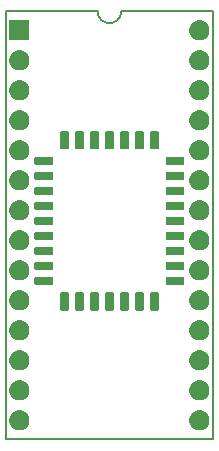
<source format=gbr>
G04 #@! TF.GenerationSoftware,KiCad,Pcbnew,5.0.2+dfsg1-1*
G04 #@! TF.CreationDate,2021-06-16T12:20:31+01:00*
G04 #@! TF.ProjectId,SE PLCC ROM,53452050-4c43-4432-9052-4f4d2e6b6963,rev?*
G04 #@! TF.SameCoordinates,Original*
G04 #@! TF.FileFunction,Soldermask,Top*
G04 #@! TF.FilePolarity,Negative*
%FSLAX46Y46*%
G04 Gerber Fmt 4.6, Leading zero omitted, Abs format (unit mm)*
G04 Created by KiCad (PCBNEW 5.0.2+dfsg1-1) date Wed 16 Jun 2021 12:20:31 BST*
%MOMM*%
%LPD*%
G01*
G04 APERTURE LIST*
%ADD10C,0.150000*%
%ADD11C,0.100000*%
G04 APERTURE END LIST*
D10*
X132400000Y-65450000D02*
G75*
G02X130400000Y-65450000I-1000000J0D01*
G01*
X140150000Y-65450000D02*
X132450000Y-65450000D01*
X122650000Y-65450000D02*
X130350000Y-65450000D01*
X122650000Y-65450000D02*
X122650000Y-101700000D01*
X140150000Y-101700000D02*
X122650000Y-101700000D01*
X140150000Y-65450000D02*
X140150000Y-101700000D01*
D11*
G36*
X139181822Y-99256314D02*
X139181825Y-99256315D01*
X139181826Y-99256315D01*
X139342240Y-99304976D01*
X139342242Y-99304977D01*
X139342245Y-99304978D01*
X139490079Y-99383996D01*
X139619660Y-99490342D01*
X139726006Y-99619923D01*
X139805024Y-99767757D01*
X139853688Y-99928180D01*
X139870118Y-100095001D01*
X139853688Y-100261822D01*
X139805024Y-100422245D01*
X139726006Y-100570079D01*
X139619660Y-100699660D01*
X139490079Y-100806006D01*
X139342245Y-100885024D01*
X139342242Y-100885025D01*
X139342240Y-100885026D01*
X139181826Y-100933687D01*
X139181825Y-100933687D01*
X139181822Y-100933688D01*
X139056805Y-100946001D01*
X138973197Y-100946001D01*
X138848180Y-100933688D01*
X138848177Y-100933687D01*
X138848176Y-100933687D01*
X138687762Y-100885026D01*
X138687760Y-100885025D01*
X138687757Y-100885024D01*
X138539923Y-100806006D01*
X138410342Y-100699660D01*
X138303996Y-100570079D01*
X138224978Y-100422245D01*
X138176314Y-100261822D01*
X138159884Y-100095001D01*
X138176314Y-99928180D01*
X138224978Y-99767757D01*
X138303996Y-99619923D01*
X138410342Y-99490342D01*
X138539923Y-99383996D01*
X138687757Y-99304978D01*
X138687760Y-99304977D01*
X138687762Y-99304976D01*
X138848176Y-99256315D01*
X138848177Y-99256315D01*
X138848180Y-99256314D01*
X138973197Y-99244001D01*
X139056805Y-99244001D01*
X139181822Y-99256314D01*
X139181822Y-99256314D01*
G37*
G36*
X123941822Y-99256314D02*
X123941825Y-99256315D01*
X123941826Y-99256315D01*
X124102240Y-99304976D01*
X124102242Y-99304977D01*
X124102245Y-99304978D01*
X124250079Y-99383996D01*
X124379660Y-99490342D01*
X124486006Y-99619923D01*
X124565024Y-99767757D01*
X124613688Y-99928180D01*
X124630118Y-100095001D01*
X124613688Y-100261822D01*
X124565024Y-100422245D01*
X124486006Y-100570079D01*
X124379660Y-100699660D01*
X124250079Y-100806006D01*
X124102245Y-100885024D01*
X124102242Y-100885025D01*
X124102240Y-100885026D01*
X123941826Y-100933687D01*
X123941825Y-100933687D01*
X123941822Y-100933688D01*
X123816805Y-100946001D01*
X123733197Y-100946001D01*
X123608180Y-100933688D01*
X123608177Y-100933687D01*
X123608176Y-100933687D01*
X123447762Y-100885026D01*
X123447760Y-100885025D01*
X123447757Y-100885024D01*
X123299923Y-100806006D01*
X123170342Y-100699660D01*
X123063996Y-100570079D01*
X122984978Y-100422245D01*
X122936314Y-100261822D01*
X122919884Y-100095001D01*
X122936314Y-99928180D01*
X122984978Y-99767757D01*
X123063996Y-99619923D01*
X123170342Y-99490342D01*
X123299923Y-99383996D01*
X123447757Y-99304978D01*
X123447760Y-99304977D01*
X123447762Y-99304976D01*
X123608176Y-99256315D01*
X123608177Y-99256315D01*
X123608180Y-99256314D01*
X123733197Y-99244001D01*
X123816805Y-99244001D01*
X123941822Y-99256314D01*
X123941822Y-99256314D01*
G37*
G36*
X123941822Y-96716314D02*
X123941825Y-96716315D01*
X123941826Y-96716315D01*
X124102240Y-96764976D01*
X124102242Y-96764977D01*
X124102245Y-96764978D01*
X124250079Y-96843996D01*
X124379660Y-96950342D01*
X124486006Y-97079923D01*
X124565024Y-97227757D01*
X124613688Y-97388180D01*
X124630118Y-97555001D01*
X124613688Y-97721822D01*
X124565024Y-97882245D01*
X124486006Y-98030079D01*
X124379660Y-98159660D01*
X124250079Y-98266006D01*
X124102245Y-98345024D01*
X124102242Y-98345025D01*
X124102240Y-98345026D01*
X123941826Y-98393687D01*
X123941825Y-98393687D01*
X123941822Y-98393688D01*
X123816805Y-98406001D01*
X123733197Y-98406001D01*
X123608180Y-98393688D01*
X123608177Y-98393687D01*
X123608176Y-98393687D01*
X123447762Y-98345026D01*
X123447760Y-98345025D01*
X123447757Y-98345024D01*
X123299923Y-98266006D01*
X123170342Y-98159660D01*
X123063996Y-98030079D01*
X122984978Y-97882245D01*
X122936314Y-97721822D01*
X122919884Y-97555001D01*
X122936314Y-97388180D01*
X122984978Y-97227757D01*
X123063996Y-97079923D01*
X123170342Y-96950342D01*
X123299923Y-96843996D01*
X123447757Y-96764978D01*
X123447760Y-96764977D01*
X123447762Y-96764976D01*
X123608176Y-96716315D01*
X123608177Y-96716315D01*
X123608180Y-96716314D01*
X123733197Y-96704001D01*
X123816805Y-96704001D01*
X123941822Y-96716314D01*
X123941822Y-96716314D01*
G37*
G36*
X139181822Y-96716314D02*
X139181825Y-96716315D01*
X139181826Y-96716315D01*
X139342240Y-96764976D01*
X139342242Y-96764977D01*
X139342245Y-96764978D01*
X139490079Y-96843996D01*
X139619660Y-96950342D01*
X139726006Y-97079923D01*
X139805024Y-97227757D01*
X139853688Y-97388180D01*
X139870118Y-97555001D01*
X139853688Y-97721822D01*
X139805024Y-97882245D01*
X139726006Y-98030079D01*
X139619660Y-98159660D01*
X139490079Y-98266006D01*
X139342245Y-98345024D01*
X139342242Y-98345025D01*
X139342240Y-98345026D01*
X139181826Y-98393687D01*
X139181825Y-98393687D01*
X139181822Y-98393688D01*
X139056805Y-98406001D01*
X138973197Y-98406001D01*
X138848180Y-98393688D01*
X138848177Y-98393687D01*
X138848176Y-98393687D01*
X138687762Y-98345026D01*
X138687760Y-98345025D01*
X138687757Y-98345024D01*
X138539923Y-98266006D01*
X138410342Y-98159660D01*
X138303996Y-98030079D01*
X138224978Y-97882245D01*
X138176314Y-97721822D01*
X138159884Y-97555001D01*
X138176314Y-97388180D01*
X138224978Y-97227757D01*
X138303996Y-97079923D01*
X138410342Y-96950342D01*
X138539923Y-96843996D01*
X138687757Y-96764978D01*
X138687760Y-96764977D01*
X138687762Y-96764976D01*
X138848176Y-96716315D01*
X138848177Y-96716315D01*
X138848180Y-96716314D01*
X138973197Y-96704001D01*
X139056805Y-96704001D01*
X139181822Y-96716314D01*
X139181822Y-96716314D01*
G37*
G36*
X123941822Y-94176314D02*
X123941825Y-94176315D01*
X123941826Y-94176315D01*
X124102240Y-94224976D01*
X124102242Y-94224977D01*
X124102245Y-94224978D01*
X124250079Y-94303996D01*
X124379660Y-94410342D01*
X124486006Y-94539923D01*
X124565024Y-94687757D01*
X124613688Y-94848180D01*
X124630118Y-95015001D01*
X124613688Y-95181822D01*
X124565024Y-95342245D01*
X124486006Y-95490079D01*
X124379660Y-95619660D01*
X124250079Y-95726006D01*
X124102245Y-95805024D01*
X124102242Y-95805025D01*
X124102240Y-95805026D01*
X123941826Y-95853687D01*
X123941825Y-95853687D01*
X123941822Y-95853688D01*
X123816805Y-95866001D01*
X123733197Y-95866001D01*
X123608180Y-95853688D01*
X123608177Y-95853687D01*
X123608176Y-95853687D01*
X123447762Y-95805026D01*
X123447760Y-95805025D01*
X123447757Y-95805024D01*
X123299923Y-95726006D01*
X123170342Y-95619660D01*
X123063996Y-95490079D01*
X122984978Y-95342245D01*
X122936314Y-95181822D01*
X122919884Y-95015001D01*
X122936314Y-94848180D01*
X122984978Y-94687757D01*
X123063996Y-94539923D01*
X123170342Y-94410342D01*
X123299923Y-94303996D01*
X123447757Y-94224978D01*
X123447760Y-94224977D01*
X123447762Y-94224976D01*
X123608176Y-94176315D01*
X123608177Y-94176315D01*
X123608180Y-94176314D01*
X123733197Y-94164001D01*
X123816805Y-94164001D01*
X123941822Y-94176314D01*
X123941822Y-94176314D01*
G37*
G36*
X139181822Y-94176314D02*
X139181825Y-94176315D01*
X139181826Y-94176315D01*
X139342240Y-94224976D01*
X139342242Y-94224977D01*
X139342245Y-94224978D01*
X139490079Y-94303996D01*
X139619660Y-94410342D01*
X139726006Y-94539923D01*
X139805024Y-94687757D01*
X139853688Y-94848180D01*
X139870118Y-95015001D01*
X139853688Y-95181822D01*
X139805024Y-95342245D01*
X139726006Y-95490079D01*
X139619660Y-95619660D01*
X139490079Y-95726006D01*
X139342245Y-95805024D01*
X139342242Y-95805025D01*
X139342240Y-95805026D01*
X139181826Y-95853687D01*
X139181825Y-95853687D01*
X139181822Y-95853688D01*
X139056805Y-95866001D01*
X138973197Y-95866001D01*
X138848180Y-95853688D01*
X138848177Y-95853687D01*
X138848176Y-95853687D01*
X138687762Y-95805026D01*
X138687760Y-95805025D01*
X138687757Y-95805024D01*
X138539923Y-95726006D01*
X138410342Y-95619660D01*
X138303996Y-95490079D01*
X138224978Y-95342245D01*
X138176314Y-95181822D01*
X138159884Y-95015001D01*
X138176314Y-94848180D01*
X138224978Y-94687757D01*
X138303996Y-94539923D01*
X138410342Y-94410342D01*
X138539923Y-94303996D01*
X138687757Y-94224978D01*
X138687760Y-94224977D01*
X138687762Y-94224976D01*
X138848176Y-94176315D01*
X138848177Y-94176315D01*
X138848180Y-94176314D01*
X138973197Y-94164001D01*
X139056805Y-94164001D01*
X139181822Y-94176314D01*
X139181822Y-94176314D01*
G37*
G36*
X123941822Y-91636314D02*
X123941825Y-91636315D01*
X123941826Y-91636315D01*
X124102240Y-91684976D01*
X124102242Y-91684977D01*
X124102245Y-91684978D01*
X124250079Y-91763996D01*
X124379660Y-91870342D01*
X124486006Y-91999923D01*
X124565024Y-92147757D01*
X124613688Y-92308180D01*
X124630118Y-92475001D01*
X124613688Y-92641822D01*
X124565024Y-92802245D01*
X124486006Y-92950079D01*
X124379660Y-93079660D01*
X124250079Y-93186006D01*
X124102245Y-93265024D01*
X124102242Y-93265025D01*
X124102240Y-93265026D01*
X123941826Y-93313687D01*
X123941825Y-93313687D01*
X123941822Y-93313688D01*
X123816805Y-93326001D01*
X123733197Y-93326001D01*
X123608180Y-93313688D01*
X123608177Y-93313687D01*
X123608176Y-93313687D01*
X123447762Y-93265026D01*
X123447760Y-93265025D01*
X123447757Y-93265024D01*
X123299923Y-93186006D01*
X123170342Y-93079660D01*
X123063996Y-92950079D01*
X122984978Y-92802245D01*
X122936314Y-92641822D01*
X122919884Y-92475001D01*
X122936314Y-92308180D01*
X122984978Y-92147757D01*
X123063996Y-91999923D01*
X123170342Y-91870342D01*
X123299923Y-91763996D01*
X123447757Y-91684978D01*
X123447760Y-91684977D01*
X123447762Y-91684976D01*
X123608176Y-91636315D01*
X123608177Y-91636315D01*
X123608180Y-91636314D01*
X123733197Y-91624001D01*
X123816805Y-91624001D01*
X123941822Y-91636314D01*
X123941822Y-91636314D01*
G37*
G36*
X139181822Y-91636314D02*
X139181825Y-91636315D01*
X139181826Y-91636315D01*
X139342240Y-91684976D01*
X139342242Y-91684977D01*
X139342245Y-91684978D01*
X139490079Y-91763996D01*
X139619660Y-91870342D01*
X139726006Y-91999923D01*
X139805024Y-92147757D01*
X139853688Y-92308180D01*
X139870118Y-92475001D01*
X139853688Y-92641822D01*
X139805024Y-92802245D01*
X139726006Y-92950079D01*
X139619660Y-93079660D01*
X139490079Y-93186006D01*
X139342245Y-93265024D01*
X139342242Y-93265025D01*
X139342240Y-93265026D01*
X139181826Y-93313687D01*
X139181825Y-93313687D01*
X139181822Y-93313688D01*
X139056805Y-93326001D01*
X138973197Y-93326001D01*
X138848180Y-93313688D01*
X138848177Y-93313687D01*
X138848176Y-93313687D01*
X138687762Y-93265026D01*
X138687760Y-93265025D01*
X138687757Y-93265024D01*
X138539923Y-93186006D01*
X138410342Y-93079660D01*
X138303996Y-92950079D01*
X138224978Y-92802245D01*
X138176314Y-92641822D01*
X138159884Y-92475001D01*
X138176314Y-92308180D01*
X138224978Y-92147757D01*
X138303996Y-91999923D01*
X138410342Y-91870342D01*
X138539923Y-91763996D01*
X138687757Y-91684978D01*
X138687760Y-91684977D01*
X138687762Y-91684976D01*
X138848176Y-91636315D01*
X138848177Y-91636315D01*
X138848180Y-91636314D01*
X138973197Y-91624001D01*
X139056805Y-91624001D01*
X139181822Y-91636314D01*
X139181822Y-91636314D01*
G37*
G36*
X131659928Y-89251764D02*
X131681011Y-89258160D01*
X131700442Y-89268546D01*
X131717475Y-89282525D01*
X131731454Y-89299558D01*
X131741840Y-89318989D01*
X131748236Y-89340072D01*
X131751000Y-89368140D01*
X131751000Y-90706860D01*
X131748236Y-90734928D01*
X131741840Y-90756011D01*
X131731454Y-90775442D01*
X131717475Y-90792475D01*
X131700442Y-90806454D01*
X131681011Y-90816840D01*
X131659928Y-90823236D01*
X131631860Y-90826000D01*
X131168140Y-90826000D01*
X131140072Y-90823236D01*
X131118989Y-90816840D01*
X131099558Y-90806454D01*
X131082525Y-90792475D01*
X131068546Y-90775442D01*
X131058160Y-90756011D01*
X131051764Y-90734928D01*
X131049000Y-90706860D01*
X131049000Y-89368140D01*
X131051764Y-89340072D01*
X131058160Y-89318989D01*
X131068546Y-89299558D01*
X131082525Y-89282525D01*
X131099558Y-89268546D01*
X131118989Y-89258160D01*
X131140072Y-89251764D01*
X131168140Y-89249000D01*
X131631860Y-89249000D01*
X131659928Y-89251764D01*
X131659928Y-89251764D01*
G37*
G36*
X135469928Y-89251764D02*
X135491011Y-89258160D01*
X135510442Y-89268546D01*
X135527475Y-89282525D01*
X135541454Y-89299558D01*
X135551840Y-89318989D01*
X135558236Y-89340072D01*
X135561000Y-89368140D01*
X135561000Y-90706860D01*
X135558236Y-90734928D01*
X135551840Y-90756011D01*
X135541454Y-90775442D01*
X135527475Y-90792475D01*
X135510442Y-90806454D01*
X135491011Y-90816840D01*
X135469928Y-90823236D01*
X135441860Y-90826000D01*
X134978140Y-90826000D01*
X134950072Y-90823236D01*
X134928989Y-90816840D01*
X134909558Y-90806454D01*
X134892525Y-90792475D01*
X134878546Y-90775442D01*
X134868160Y-90756011D01*
X134861764Y-90734928D01*
X134859000Y-90706860D01*
X134859000Y-89368140D01*
X134861764Y-89340072D01*
X134868160Y-89318989D01*
X134878546Y-89299558D01*
X134892525Y-89282525D01*
X134909558Y-89268546D01*
X134928989Y-89258160D01*
X134950072Y-89251764D01*
X134978140Y-89249000D01*
X135441860Y-89249000D01*
X135469928Y-89251764D01*
X135469928Y-89251764D01*
G37*
G36*
X132929928Y-89251764D02*
X132951011Y-89258160D01*
X132970442Y-89268546D01*
X132987475Y-89282525D01*
X133001454Y-89299558D01*
X133011840Y-89318989D01*
X133018236Y-89340072D01*
X133021000Y-89368140D01*
X133021000Y-90706860D01*
X133018236Y-90734928D01*
X133011840Y-90756011D01*
X133001454Y-90775442D01*
X132987475Y-90792475D01*
X132970442Y-90806454D01*
X132951011Y-90816840D01*
X132929928Y-90823236D01*
X132901860Y-90826000D01*
X132438140Y-90826000D01*
X132410072Y-90823236D01*
X132388989Y-90816840D01*
X132369558Y-90806454D01*
X132352525Y-90792475D01*
X132338546Y-90775442D01*
X132328160Y-90756011D01*
X132321764Y-90734928D01*
X132319000Y-90706860D01*
X132319000Y-89368140D01*
X132321764Y-89340072D01*
X132328160Y-89318989D01*
X132338546Y-89299558D01*
X132352525Y-89282525D01*
X132369558Y-89268546D01*
X132388989Y-89258160D01*
X132410072Y-89251764D01*
X132438140Y-89249000D01*
X132901860Y-89249000D01*
X132929928Y-89251764D01*
X132929928Y-89251764D01*
G37*
G36*
X134199928Y-89251764D02*
X134221011Y-89258160D01*
X134240442Y-89268546D01*
X134257475Y-89282525D01*
X134271454Y-89299558D01*
X134281840Y-89318989D01*
X134288236Y-89340072D01*
X134291000Y-89368140D01*
X134291000Y-90706860D01*
X134288236Y-90734928D01*
X134281840Y-90756011D01*
X134271454Y-90775442D01*
X134257475Y-90792475D01*
X134240442Y-90806454D01*
X134221011Y-90816840D01*
X134199928Y-90823236D01*
X134171860Y-90826000D01*
X133708140Y-90826000D01*
X133680072Y-90823236D01*
X133658989Y-90816840D01*
X133639558Y-90806454D01*
X133622525Y-90792475D01*
X133608546Y-90775442D01*
X133598160Y-90756011D01*
X133591764Y-90734928D01*
X133589000Y-90706860D01*
X133589000Y-89368140D01*
X133591764Y-89340072D01*
X133598160Y-89318989D01*
X133608546Y-89299558D01*
X133622525Y-89282525D01*
X133639558Y-89268546D01*
X133658989Y-89258160D01*
X133680072Y-89251764D01*
X133708140Y-89249000D01*
X134171860Y-89249000D01*
X134199928Y-89251764D01*
X134199928Y-89251764D01*
G37*
G36*
X130389928Y-89251764D02*
X130411011Y-89258160D01*
X130430442Y-89268546D01*
X130447475Y-89282525D01*
X130461454Y-89299558D01*
X130471840Y-89318989D01*
X130478236Y-89340072D01*
X130481000Y-89368140D01*
X130481000Y-90706860D01*
X130478236Y-90734928D01*
X130471840Y-90756011D01*
X130461454Y-90775442D01*
X130447475Y-90792475D01*
X130430442Y-90806454D01*
X130411011Y-90816840D01*
X130389928Y-90823236D01*
X130361860Y-90826000D01*
X129898140Y-90826000D01*
X129870072Y-90823236D01*
X129848989Y-90816840D01*
X129829558Y-90806454D01*
X129812525Y-90792475D01*
X129798546Y-90775442D01*
X129788160Y-90756011D01*
X129781764Y-90734928D01*
X129779000Y-90706860D01*
X129779000Y-89368140D01*
X129781764Y-89340072D01*
X129788160Y-89318989D01*
X129798546Y-89299558D01*
X129812525Y-89282525D01*
X129829558Y-89268546D01*
X129848989Y-89258160D01*
X129870072Y-89251764D01*
X129898140Y-89249000D01*
X130361860Y-89249000D01*
X130389928Y-89251764D01*
X130389928Y-89251764D01*
G37*
G36*
X129119928Y-89251764D02*
X129141011Y-89258160D01*
X129160442Y-89268546D01*
X129177475Y-89282525D01*
X129191454Y-89299558D01*
X129201840Y-89318989D01*
X129208236Y-89340072D01*
X129211000Y-89368140D01*
X129211000Y-90706860D01*
X129208236Y-90734928D01*
X129201840Y-90756011D01*
X129191454Y-90775442D01*
X129177475Y-90792475D01*
X129160442Y-90806454D01*
X129141011Y-90816840D01*
X129119928Y-90823236D01*
X129091860Y-90826000D01*
X128628140Y-90826000D01*
X128600072Y-90823236D01*
X128578989Y-90816840D01*
X128559558Y-90806454D01*
X128542525Y-90792475D01*
X128528546Y-90775442D01*
X128518160Y-90756011D01*
X128511764Y-90734928D01*
X128509000Y-90706860D01*
X128509000Y-89368140D01*
X128511764Y-89340072D01*
X128518160Y-89318989D01*
X128528546Y-89299558D01*
X128542525Y-89282525D01*
X128559558Y-89268546D01*
X128578989Y-89258160D01*
X128600072Y-89251764D01*
X128628140Y-89249000D01*
X129091860Y-89249000D01*
X129119928Y-89251764D01*
X129119928Y-89251764D01*
G37*
G36*
X127849928Y-89251764D02*
X127871011Y-89258160D01*
X127890442Y-89268546D01*
X127907475Y-89282525D01*
X127921454Y-89299558D01*
X127931840Y-89318989D01*
X127938236Y-89340072D01*
X127941000Y-89368140D01*
X127941000Y-90706860D01*
X127938236Y-90734928D01*
X127931840Y-90756011D01*
X127921454Y-90775442D01*
X127907475Y-90792475D01*
X127890442Y-90806454D01*
X127871011Y-90816840D01*
X127849928Y-90823236D01*
X127821860Y-90826000D01*
X127358140Y-90826000D01*
X127330072Y-90823236D01*
X127308989Y-90816840D01*
X127289558Y-90806454D01*
X127272525Y-90792475D01*
X127258546Y-90775442D01*
X127248160Y-90756011D01*
X127241764Y-90734928D01*
X127239000Y-90706860D01*
X127239000Y-89368140D01*
X127241764Y-89340072D01*
X127248160Y-89318989D01*
X127258546Y-89299558D01*
X127272525Y-89282525D01*
X127289558Y-89268546D01*
X127308989Y-89258160D01*
X127330072Y-89251764D01*
X127358140Y-89249000D01*
X127821860Y-89249000D01*
X127849928Y-89251764D01*
X127849928Y-89251764D01*
G37*
G36*
X139181822Y-89096314D02*
X139181825Y-89096315D01*
X139181826Y-89096315D01*
X139342240Y-89144976D01*
X139342242Y-89144977D01*
X139342245Y-89144978D01*
X139490079Y-89223996D01*
X139619660Y-89330342D01*
X139726006Y-89459923D01*
X139805024Y-89607757D01*
X139853688Y-89768180D01*
X139870118Y-89935001D01*
X139853688Y-90101822D01*
X139805024Y-90262245D01*
X139726006Y-90410079D01*
X139619660Y-90539660D01*
X139490079Y-90646006D01*
X139342245Y-90725024D01*
X139342242Y-90725025D01*
X139342240Y-90725026D01*
X139181826Y-90773687D01*
X139181825Y-90773687D01*
X139181822Y-90773688D01*
X139056805Y-90786001D01*
X138973197Y-90786001D01*
X138848180Y-90773688D01*
X138848177Y-90773687D01*
X138848176Y-90773687D01*
X138687762Y-90725026D01*
X138687760Y-90725025D01*
X138687757Y-90725024D01*
X138539923Y-90646006D01*
X138410342Y-90539660D01*
X138303996Y-90410079D01*
X138224978Y-90262245D01*
X138176314Y-90101822D01*
X138159884Y-89935001D01*
X138176314Y-89768180D01*
X138224978Y-89607757D01*
X138303996Y-89459923D01*
X138410342Y-89330342D01*
X138539923Y-89223996D01*
X138687757Y-89144978D01*
X138687760Y-89144977D01*
X138687762Y-89144976D01*
X138848176Y-89096315D01*
X138848177Y-89096315D01*
X138848180Y-89096314D01*
X138973197Y-89084001D01*
X139056805Y-89084001D01*
X139181822Y-89096314D01*
X139181822Y-89096314D01*
G37*
G36*
X123941822Y-89096314D02*
X123941825Y-89096315D01*
X123941826Y-89096315D01*
X124102240Y-89144976D01*
X124102242Y-89144977D01*
X124102245Y-89144978D01*
X124250079Y-89223996D01*
X124379660Y-89330342D01*
X124486006Y-89459923D01*
X124565024Y-89607757D01*
X124613688Y-89768180D01*
X124630118Y-89935001D01*
X124613688Y-90101822D01*
X124565024Y-90262245D01*
X124486006Y-90410079D01*
X124379660Y-90539660D01*
X124250079Y-90646006D01*
X124102245Y-90725024D01*
X124102242Y-90725025D01*
X124102240Y-90725026D01*
X123941826Y-90773687D01*
X123941825Y-90773687D01*
X123941822Y-90773688D01*
X123816805Y-90786001D01*
X123733197Y-90786001D01*
X123608180Y-90773688D01*
X123608177Y-90773687D01*
X123608176Y-90773687D01*
X123447762Y-90725026D01*
X123447760Y-90725025D01*
X123447757Y-90725024D01*
X123299923Y-90646006D01*
X123170342Y-90539660D01*
X123063996Y-90410079D01*
X122984978Y-90262245D01*
X122936314Y-90101822D01*
X122919884Y-89935001D01*
X122936314Y-89768180D01*
X122984978Y-89607757D01*
X123063996Y-89459923D01*
X123170342Y-89330342D01*
X123299923Y-89223996D01*
X123447757Y-89144978D01*
X123447760Y-89144977D01*
X123447762Y-89144976D01*
X123608176Y-89096315D01*
X123608177Y-89096315D01*
X123608180Y-89096314D01*
X123733197Y-89084001D01*
X123816805Y-89084001D01*
X123941822Y-89096314D01*
X123941822Y-89096314D01*
G37*
G36*
X126534928Y-87931764D02*
X126556011Y-87938160D01*
X126575442Y-87948546D01*
X126592475Y-87962525D01*
X126606454Y-87979558D01*
X126616840Y-87998989D01*
X126623236Y-88020072D01*
X126626000Y-88048140D01*
X126626000Y-88511860D01*
X126623236Y-88539928D01*
X126616840Y-88561011D01*
X126606454Y-88580442D01*
X126592475Y-88597475D01*
X126575442Y-88611454D01*
X126556011Y-88621840D01*
X126534928Y-88628236D01*
X126506860Y-88631000D01*
X125168140Y-88631000D01*
X125140072Y-88628236D01*
X125118989Y-88621840D01*
X125099558Y-88611454D01*
X125082525Y-88597475D01*
X125068546Y-88580442D01*
X125058160Y-88561011D01*
X125051764Y-88539928D01*
X125049000Y-88511860D01*
X125049000Y-88048140D01*
X125051764Y-88020072D01*
X125058160Y-87998989D01*
X125068546Y-87979558D01*
X125082525Y-87962525D01*
X125099558Y-87948546D01*
X125118989Y-87938160D01*
X125140072Y-87931764D01*
X125168140Y-87929000D01*
X126506860Y-87929000D01*
X126534928Y-87931764D01*
X126534928Y-87931764D01*
G37*
G36*
X137659928Y-87931764D02*
X137681011Y-87938160D01*
X137700442Y-87948546D01*
X137717475Y-87962525D01*
X137731454Y-87979558D01*
X137741840Y-87998989D01*
X137748236Y-88020072D01*
X137751000Y-88048140D01*
X137751000Y-88511860D01*
X137748236Y-88539928D01*
X137741840Y-88561011D01*
X137731454Y-88580442D01*
X137717475Y-88597475D01*
X137700442Y-88611454D01*
X137681011Y-88621840D01*
X137659928Y-88628236D01*
X137631860Y-88631000D01*
X136293140Y-88631000D01*
X136265072Y-88628236D01*
X136243989Y-88621840D01*
X136224558Y-88611454D01*
X136207525Y-88597475D01*
X136193546Y-88580442D01*
X136183160Y-88561011D01*
X136176764Y-88539928D01*
X136174000Y-88511860D01*
X136174000Y-88048140D01*
X136176764Y-88020072D01*
X136183160Y-87998989D01*
X136193546Y-87979558D01*
X136207525Y-87962525D01*
X136224558Y-87948546D01*
X136243989Y-87938160D01*
X136265072Y-87931764D01*
X136293140Y-87929000D01*
X137631860Y-87929000D01*
X137659928Y-87931764D01*
X137659928Y-87931764D01*
G37*
G36*
X139181822Y-86556314D02*
X139181825Y-86556315D01*
X139181826Y-86556315D01*
X139342240Y-86604976D01*
X139342242Y-86604977D01*
X139342245Y-86604978D01*
X139490079Y-86683996D01*
X139619660Y-86790342D01*
X139726006Y-86919923D01*
X139805024Y-87067757D01*
X139853688Y-87228180D01*
X139870118Y-87395001D01*
X139853688Y-87561822D01*
X139805024Y-87722245D01*
X139726006Y-87870079D01*
X139619660Y-87999660D01*
X139490079Y-88106006D01*
X139342245Y-88185024D01*
X139342242Y-88185025D01*
X139342240Y-88185026D01*
X139181826Y-88233687D01*
X139181825Y-88233687D01*
X139181822Y-88233688D01*
X139056805Y-88246001D01*
X138973197Y-88246001D01*
X138848180Y-88233688D01*
X138848177Y-88233687D01*
X138848176Y-88233687D01*
X138687762Y-88185026D01*
X138687760Y-88185025D01*
X138687757Y-88185024D01*
X138539923Y-88106006D01*
X138410342Y-87999660D01*
X138303996Y-87870079D01*
X138224978Y-87722245D01*
X138176314Y-87561822D01*
X138159884Y-87395001D01*
X138176314Y-87228180D01*
X138224978Y-87067757D01*
X138303996Y-86919923D01*
X138410342Y-86790342D01*
X138539923Y-86683996D01*
X138687757Y-86604978D01*
X138687760Y-86604977D01*
X138687762Y-86604976D01*
X138848176Y-86556315D01*
X138848177Y-86556315D01*
X138848180Y-86556314D01*
X138973197Y-86544001D01*
X139056805Y-86544001D01*
X139181822Y-86556314D01*
X139181822Y-86556314D01*
G37*
G36*
X123941822Y-86556314D02*
X123941825Y-86556315D01*
X123941826Y-86556315D01*
X124102240Y-86604976D01*
X124102242Y-86604977D01*
X124102245Y-86604978D01*
X124250079Y-86683996D01*
X124379660Y-86790342D01*
X124486006Y-86919923D01*
X124565024Y-87067757D01*
X124613688Y-87228180D01*
X124630118Y-87395001D01*
X124613688Y-87561822D01*
X124565024Y-87722245D01*
X124486006Y-87870079D01*
X124379660Y-87999660D01*
X124250079Y-88106006D01*
X124102245Y-88185024D01*
X124102242Y-88185025D01*
X124102240Y-88185026D01*
X123941826Y-88233687D01*
X123941825Y-88233687D01*
X123941822Y-88233688D01*
X123816805Y-88246001D01*
X123733197Y-88246001D01*
X123608180Y-88233688D01*
X123608177Y-88233687D01*
X123608176Y-88233687D01*
X123447762Y-88185026D01*
X123447760Y-88185025D01*
X123447757Y-88185024D01*
X123299923Y-88106006D01*
X123170342Y-87999660D01*
X123063996Y-87870079D01*
X122984978Y-87722245D01*
X122936314Y-87561822D01*
X122919884Y-87395001D01*
X122936314Y-87228180D01*
X122984978Y-87067757D01*
X123063996Y-86919923D01*
X123170342Y-86790342D01*
X123299923Y-86683996D01*
X123447757Y-86604978D01*
X123447760Y-86604977D01*
X123447762Y-86604976D01*
X123608176Y-86556315D01*
X123608177Y-86556315D01*
X123608180Y-86556314D01*
X123733197Y-86544001D01*
X123816805Y-86544001D01*
X123941822Y-86556314D01*
X123941822Y-86556314D01*
G37*
G36*
X137659928Y-86661764D02*
X137681011Y-86668160D01*
X137700442Y-86678546D01*
X137717475Y-86692525D01*
X137731454Y-86709558D01*
X137741840Y-86728989D01*
X137748236Y-86750072D01*
X137751000Y-86778140D01*
X137751000Y-87241860D01*
X137748236Y-87269928D01*
X137741840Y-87291011D01*
X137731454Y-87310442D01*
X137717475Y-87327475D01*
X137700442Y-87341454D01*
X137681011Y-87351840D01*
X137659928Y-87358236D01*
X137631860Y-87361000D01*
X136293140Y-87361000D01*
X136265072Y-87358236D01*
X136243989Y-87351840D01*
X136224558Y-87341454D01*
X136207525Y-87327475D01*
X136193546Y-87310442D01*
X136183160Y-87291011D01*
X136176764Y-87269928D01*
X136174000Y-87241860D01*
X136174000Y-86778140D01*
X136176764Y-86750072D01*
X136183160Y-86728989D01*
X136193546Y-86709558D01*
X136207525Y-86692525D01*
X136224558Y-86678546D01*
X136243989Y-86668160D01*
X136265072Y-86661764D01*
X136293140Y-86659000D01*
X137631860Y-86659000D01*
X137659928Y-86661764D01*
X137659928Y-86661764D01*
G37*
G36*
X126534928Y-86661764D02*
X126556011Y-86668160D01*
X126575442Y-86678546D01*
X126592475Y-86692525D01*
X126606454Y-86709558D01*
X126616840Y-86728989D01*
X126623236Y-86750072D01*
X126626000Y-86778140D01*
X126626000Y-87241860D01*
X126623236Y-87269928D01*
X126616840Y-87291011D01*
X126606454Y-87310442D01*
X126592475Y-87327475D01*
X126575442Y-87341454D01*
X126556011Y-87351840D01*
X126534928Y-87358236D01*
X126506860Y-87361000D01*
X125168140Y-87361000D01*
X125140072Y-87358236D01*
X125118989Y-87351840D01*
X125099558Y-87341454D01*
X125082525Y-87327475D01*
X125068546Y-87310442D01*
X125058160Y-87291011D01*
X125051764Y-87269928D01*
X125049000Y-87241860D01*
X125049000Y-86778140D01*
X125051764Y-86750072D01*
X125058160Y-86728989D01*
X125068546Y-86709558D01*
X125082525Y-86692525D01*
X125099558Y-86678546D01*
X125118989Y-86668160D01*
X125140072Y-86661764D01*
X125168140Y-86659000D01*
X126506860Y-86659000D01*
X126534928Y-86661764D01*
X126534928Y-86661764D01*
G37*
G36*
X126534928Y-85391764D02*
X126556011Y-85398160D01*
X126575442Y-85408546D01*
X126592475Y-85422525D01*
X126606454Y-85439558D01*
X126616840Y-85458989D01*
X126623236Y-85480072D01*
X126626000Y-85508140D01*
X126626000Y-85971860D01*
X126623236Y-85999928D01*
X126616840Y-86021011D01*
X126606454Y-86040442D01*
X126592475Y-86057475D01*
X126575442Y-86071454D01*
X126556011Y-86081840D01*
X126534928Y-86088236D01*
X126506860Y-86091000D01*
X125168140Y-86091000D01*
X125140072Y-86088236D01*
X125118989Y-86081840D01*
X125099558Y-86071454D01*
X125082525Y-86057475D01*
X125068546Y-86040442D01*
X125058160Y-86021011D01*
X125051764Y-85999928D01*
X125049000Y-85971860D01*
X125049000Y-85508140D01*
X125051764Y-85480072D01*
X125058160Y-85458989D01*
X125068546Y-85439558D01*
X125082525Y-85422525D01*
X125099558Y-85408546D01*
X125118989Y-85398160D01*
X125140072Y-85391764D01*
X125168140Y-85389000D01*
X126506860Y-85389000D01*
X126534928Y-85391764D01*
X126534928Y-85391764D01*
G37*
G36*
X137659928Y-85391764D02*
X137681011Y-85398160D01*
X137700442Y-85408546D01*
X137717475Y-85422525D01*
X137731454Y-85439558D01*
X137741840Y-85458989D01*
X137748236Y-85480072D01*
X137751000Y-85508140D01*
X137751000Y-85971860D01*
X137748236Y-85999928D01*
X137741840Y-86021011D01*
X137731454Y-86040442D01*
X137717475Y-86057475D01*
X137700442Y-86071454D01*
X137681011Y-86081840D01*
X137659928Y-86088236D01*
X137631860Y-86091000D01*
X136293140Y-86091000D01*
X136265072Y-86088236D01*
X136243989Y-86081840D01*
X136224558Y-86071454D01*
X136207525Y-86057475D01*
X136193546Y-86040442D01*
X136183160Y-86021011D01*
X136176764Y-85999928D01*
X136174000Y-85971860D01*
X136174000Y-85508140D01*
X136176764Y-85480072D01*
X136183160Y-85458989D01*
X136193546Y-85439558D01*
X136207525Y-85422525D01*
X136224558Y-85408546D01*
X136243989Y-85398160D01*
X136265072Y-85391764D01*
X136293140Y-85389000D01*
X137631860Y-85389000D01*
X137659928Y-85391764D01*
X137659928Y-85391764D01*
G37*
G36*
X139181822Y-84016314D02*
X139181825Y-84016315D01*
X139181826Y-84016315D01*
X139342240Y-84064976D01*
X139342242Y-84064977D01*
X139342245Y-84064978D01*
X139490079Y-84143996D01*
X139619660Y-84250342D01*
X139726006Y-84379923D01*
X139805024Y-84527757D01*
X139853688Y-84688180D01*
X139870118Y-84855001D01*
X139853688Y-85021822D01*
X139805024Y-85182245D01*
X139726006Y-85330079D01*
X139619660Y-85459660D01*
X139490079Y-85566006D01*
X139342245Y-85645024D01*
X139342242Y-85645025D01*
X139342240Y-85645026D01*
X139181826Y-85693687D01*
X139181825Y-85693687D01*
X139181822Y-85693688D01*
X139056805Y-85706001D01*
X138973197Y-85706001D01*
X138848180Y-85693688D01*
X138848177Y-85693687D01*
X138848176Y-85693687D01*
X138687762Y-85645026D01*
X138687760Y-85645025D01*
X138687757Y-85645024D01*
X138539923Y-85566006D01*
X138410342Y-85459660D01*
X138303996Y-85330079D01*
X138224978Y-85182245D01*
X138176314Y-85021822D01*
X138159884Y-84855001D01*
X138176314Y-84688180D01*
X138224978Y-84527757D01*
X138303996Y-84379923D01*
X138410342Y-84250342D01*
X138539923Y-84143996D01*
X138687757Y-84064978D01*
X138687760Y-84064977D01*
X138687762Y-84064976D01*
X138848176Y-84016315D01*
X138848177Y-84016315D01*
X138848180Y-84016314D01*
X138973197Y-84004001D01*
X139056805Y-84004001D01*
X139181822Y-84016314D01*
X139181822Y-84016314D01*
G37*
G36*
X123941822Y-84016314D02*
X123941825Y-84016315D01*
X123941826Y-84016315D01*
X124102240Y-84064976D01*
X124102242Y-84064977D01*
X124102245Y-84064978D01*
X124250079Y-84143996D01*
X124379660Y-84250342D01*
X124486006Y-84379923D01*
X124565024Y-84527757D01*
X124613688Y-84688180D01*
X124630118Y-84855001D01*
X124613688Y-85021822D01*
X124565024Y-85182245D01*
X124486006Y-85330079D01*
X124379660Y-85459660D01*
X124250079Y-85566006D01*
X124102245Y-85645024D01*
X124102242Y-85645025D01*
X124102240Y-85645026D01*
X123941826Y-85693687D01*
X123941825Y-85693687D01*
X123941822Y-85693688D01*
X123816805Y-85706001D01*
X123733197Y-85706001D01*
X123608180Y-85693688D01*
X123608177Y-85693687D01*
X123608176Y-85693687D01*
X123447762Y-85645026D01*
X123447760Y-85645025D01*
X123447757Y-85645024D01*
X123299923Y-85566006D01*
X123170342Y-85459660D01*
X123063996Y-85330079D01*
X122984978Y-85182245D01*
X122936314Y-85021822D01*
X122919884Y-84855001D01*
X122936314Y-84688180D01*
X122984978Y-84527757D01*
X123063996Y-84379923D01*
X123170342Y-84250342D01*
X123299923Y-84143996D01*
X123447757Y-84064978D01*
X123447760Y-84064977D01*
X123447762Y-84064976D01*
X123608176Y-84016315D01*
X123608177Y-84016315D01*
X123608180Y-84016314D01*
X123733197Y-84004001D01*
X123816805Y-84004001D01*
X123941822Y-84016314D01*
X123941822Y-84016314D01*
G37*
G36*
X126534928Y-84121764D02*
X126556011Y-84128160D01*
X126575442Y-84138546D01*
X126592475Y-84152525D01*
X126606454Y-84169558D01*
X126616840Y-84188989D01*
X126623236Y-84210072D01*
X126626000Y-84238140D01*
X126626000Y-84701860D01*
X126623236Y-84729928D01*
X126616840Y-84751011D01*
X126606454Y-84770442D01*
X126592475Y-84787475D01*
X126575442Y-84801454D01*
X126556011Y-84811840D01*
X126534928Y-84818236D01*
X126506860Y-84821000D01*
X125168140Y-84821000D01*
X125140072Y-84818236D01*
X125118989Y-84811840D01*
X125099558Y-84801454D01*
X125082525Y-84787475D01*
X125068546Y-84770442D01*
X125058160Y-84751011D01*
X125051764Y-84729928D01*
X125049000Y-84701860D01*
X125049000Y-84238140D01*
X125051764Y-84210072D01*
X125058160Y-84188989D01*
X125068546Y-84169558D01*
X125082525Y-84152525D01*
X125099558Y-84138546D01*
X125118989Y-84128160D01*
X125140072Y-84121764D01*
X125168140Y-84119000D01*
X126506860Y-84119000D01*
X126534928Y-84121764D01*
X126534928Y-84121764D01*
G37*
G36*
X137659928Y-84121764D02*
X137681011Y-84128160D01*
X137700442Y-84138546D01*
X137717475Y-84152525D01*
X137731454Y-84169558D01*
X137741840Y-84188989D01*
X137748236Y-84210072D01*
X137751000Y-84238140D01*
X137751000Y-84701860D01*
X137748236Y-84729928D01*
X137741840Y-84751011D01*
X137731454Y-84770442D01*
X137717475Y-84787475D01*
X137700442Y-84801454D01*
X137681011Y-84811840D01*
X137659928Y-84818236D01*
X137631860Y-84821000D01*
X136293140Y-84821000D01*
X136265072Y-84818236D01*
X136243989Y-84811840D01*
X136224558Y-84801454D01*
X136207525Y-84787475D01*
X136193546Y-84770442D01*
X136183160Y-84751011D01*
X136176764Y-84729928D01*
X136174000Y-84701860D01*
X136174000Y-84238140D01*
X136176764Y-84210072D01*
X136183160Y-84188989D01*
X136193546Y-84169558D01*
X136207525Y-84152525D01*
X136224558Y-84138546D01*
X136243989Y-84128160D01*
X136265072Y-84121764D01*
X136293140Y-84119000D01*
X137631860Y-84119000D01*
X137659928Y-84121764D01*
X137659928Y-84121764D01*
G37*
G36*
X126534928Y-82851764D02*
X126556011Y-82858160D01*
X126575442Y-82868546D01*
X126592475Y-82882525D01*
X126606454Y-82899558D01*
X126616840Y-82918989D01*
X126623236Y-82940072D01*
X126626000Y-82968140D01*
X126626000Y-83431860D01*
X126623236Y-83459928D01*
X126616840Y-83481011D01*
X126606454Y-83500442D01*
X126592475Y-83517475D01*
X126575442Y-83531454D01*
X126556011Y-83541840D01*
X126534928Y-83548236D01*
X126506860Y-83551000D01*
X125168140Y-83551000D01*
X125140072Y-83548236D01*
X125118989Y-83541840D01*
X125099558Y-83531454D01*
X125082525Y-83517475D01*
X125068546Y-83500442D01*
X125058160Y-83481011D01*
X125051764Y-83459928D01*
X125049000Y-83431860D01*
X125049000Y-82968140D01*
X125051764Y-82940072D01*
X125058160Y-82918989D01*
X125068546Y-82899558D01*
X125082525Y-82882525D01*
X125099558Y-82868546D01*
X125118989Y-82858160D01*
X125140072Y-82851764D01*
X125168140Y-82849000D01*
X126506860Y-82849000D01*
X126534928Y-82851764D01*
X126534928Y-82851764D01*
G37*
G36*
X137659928Y-82851764D02*
X137681011Y-82858160D01*
X137700442Y-82868546D01*
X137717475Y-82882525D01*
X137731454Y-82899558D01*
X137741840Y-82918989D01*
X137748236Y-82940072D01*
X137751000Y-82968140D01*
X137751000Y-83431860D01*
X137748236Y-83459928D01*
X137741840Y-83481011D01*
X137731454Y-83500442D01*
X137717475Y-83517475D01*
X137700442Y-83531454D01*
X137681011Y-83541840D01*
X137659928Y-83548236D01*
X137631860Y-83551000D01*
X136293140Y-83551000D01*
X136265072Y-83548236D01*
X136243989Y-83541840D01*
X136224558Y-83531454D01*
X136207525Y-83517475D01*
X136193546Y-83500442D01*
X136183160Y-83481011D01*
X136176764Y-83459928D01*
X136174000Y-83431860D01*
X136174000Y-82968140D01*
X136176764Y-82940072D01*
X136183160Y-82918989D01*
X136193546Y-82899558D01*
X136207525Y-82882525D01*
X136224558Y-82868546D01*
X136243989Y-82858160D01*
X136265072Y-82851764D01*
X136293140Y-82849000D01*
X137631860Y-82849000D01*
X137659928Y-82851764D01*
X137659928Y-82851764D01*
G37*
G36*
X139181822Y-81476314D02*
X139181825Y-81476315D01*
X139181826Y-81476315D01*
X139342240Y-81524976D01*
X139342242Y-81524977D01*
X139342245Y-81524978D01*
X139490079Y-81603996D01*
X139619660Y-81710342D01*
X139726006Y-81839923D01*
X139805024Y-81987757D01*
X139853688Y-82148180D01*
X139870118Y-82315001D01*
X139853688Y-82481822D01*
X139805024Y-82642245D01*
X139726006Y-82790079D01*
X139619660Y-82919660D01*
X139490079Y-83026006D01*
X139342245Y-83105024D01*
X139342242Y-83105025D01*
X139342240Y-83105026D01*
X139181826Y-83153687D01*
X139181825Y-83153687D01*
X139181822Y-83153688D01*
X139056805Y-83166001D01*
X138973197Y-83166001D01*
X138848180Y-83153688D01*
X138848177Y-83153687D01*
X138848176Y-83153687D01*
X138687762Y-83105026D01*
X138687760Y-83105025D01*
X138687757Y-83105024D01*
X138539923Y-83026006D01*
X138410342Y-82919660D01*
X138303996Y-82790079D01*
X138224978Y-82642245D01*
X138176314Y-82481822D01*
X138159884Y-82315001D01*
X138176314Y-82148180D01*
X138224978Y-81987757D01*
X138303996Y-81839923D01*
X138410342Y-81710342D01*
X138539923Y-81603996D01*
X138687757Y-81524978D01*
X138687760Y-81524977D01*
X138687762Y-81524976D01*
X138848176Y-81476315D01*
X138848177Y-81476315D01*
X138848180Y-81476314D01*
X138973197Y-81464001D01*
X139056805Y-81464001D01*
X139181822Y-81476314D01*
X139181822Y-81476314D01*
G37*
G36*
X123941822Y-81476314D02*
X123941825Y-81476315D01*
X123941826Y-81476315D01*
X124102240Y-81524976D01*
X124102242Y-81524977D01*
X124102245Y-81524978D01*
X124250079Y-81603996D01*
X124379660Y-81710342D01*
X124486006Y-81839923D01*
X124565024Y-81987757D01*
X124613688Y-82148180D01*
X124630118Y-82315001D01*
X124613688Y-82481822D01*
X124565024Y-82642245D01*
X124486006Y-82790079D01*
X124379660Y-82919660D01*
X124250079Y-83026006D01*
X124102245Y-83105024D01*
X124102242Y-83105025D01*
X124102240Y-83105026D01*
X123941826Y-83153687D01*
X123941825Y-83153687D01*
X123941822Y-83153688D01*
X123816805Y-83166001D01*
X123733197Y-83166001D01*
X123608180Y-83153688D01*
X123608177Y-83153687D01*
X123608176Y-83153687D01*
X123447762Y-83105026D01*
X123447760Y-83105025D01*
X123447757Y-83105024D01*
X123299923Y-83026006D01*
X123170342Y-82919660D01*
X123063996Y-82790079D01*
X122984978Y-82642245D01*
X122936314Y-82481822D01*
X122919884Y-82315001D01*
X122936314Y-82148180D01*
X122984978Y-81987757D01*
X123063996Y-81839923D01*
X123170342Y-81710342D01*
X123299923Y-81603996D01*
X123447757Y-81524978D01*
X123447760Y-81524977D01*
X123447762Y-81524976D01*
X123608176Y-81476315D01*
X123608177Y-81476315D01*
X123608180Y-81476314D01*
X123733197Y-81464001D01*
X123816805Y-81464001D01*
X123941822Y-81476314D01*
X123941822Y-81476314D01*
G37*
G36*
X137659928Y-81581764D02*
X137681011Y-81588160D01*
X137700442Y-81598546D01*
X137717475Y-81612525D01*
X137731454Y-81629558D01*
X137741840Y-81648989D01*
X137748236Y-81670072D01*
X137751000Y-81698140D01*
X137751000Y-82161860D01*
X137748236Y-82189928D01*
X137741840Y-82211011D01*
X137731454Y-82230442D01*
X137717475Y-82247475D01*
X137700442Y-82261454D01*
X137681011Y-82271840D01*
X137659928Y-82278236D01*
X137631860Y-82281000D01*
X136293140Y-82281000D01*
X136265072Y-82278236D01*
X136243989Y-82271840D01*
X136224558Y-82261454D01*
X136207525Y-82247475D01*
X136193546Y-82230442D01*
X136183160Y-82211011D01*
X136176764Y-82189928D01*
X136174000Y-82161860D01*
X136174000Y-81698140D01*
X136176764Y-81670072D01*
X136183160Y-81648989D01*
X136193546Y-81629558D01*
X136207525Y-81612525D01*
X136224558Y-81598546D01*
X136243989Y-81588160D01*
X136265072Y-81581764D01*
X136293140Y-81579000D01*
X137631860Y-81579000D01*
X137659928Y-81581764D01*
X137659928Y-81581764D01*
G37*
G36*
X126534928Y-81581764D02*
X126556011Y-81588160D01*
X126575442Y-81598546D01*
X126592475Y-81612525D01*
X126606454Y-81629558D01*
X126616840Y-81648989D01*
X126623236Y-81670072D01*
X126626000Y-81698140D01*
X126626000Y-82161860D01*
X126623236Y-82189928D01*
X126616840Y-82211011D01*
X126606454Y-82230442D01*
X126592475Y-82247475D01*
X126575442Y-82261454D01*
X126556011Y-82271840D01*
X126534928Y-82278236D01*
X126506860Y-82281000D01*
X125168140Y-82281000D01*
X125140072Y-82278236D01*
X125118989Y-82271840D01*
X125099558Y-82261454D01*
X125082525Y-82247475D01*
X125068546Y-82230442D01*
X125058160Y-82211011D01*
X125051764Y-82189928D01*
X125049000Y-82161860D01*
X125049000Y-81698140D01*
X125051764Y-81670072D01*
X125058160Y-81648989D01*
X125068546Y-81629558D01*
X125082525Y-81612525D01*
X125099558Y-81598546D01*
X125118989Y-81588160D01*
X125140072Y-81581764D01*
X125168140Y-81579000D01*
X126506860Y-81579000D01*
X126534928Y-81581764D01*
X126534928Y-81581764D01*
G37*
G36*
X137659928Y-80311764D02*
X137681011Y-80318160D01*
X137700442Y-80328546D01*
X137717475Y-80342525D01*
X137731454Y-80359558D01*
X137741840Y-80378989D01*
X137748236Y-80400072D01*
X137751000Y-80428140D01*
X137751000Y-80891860D01*
X137748236Y-80919928D01*
X137741840Y-80941011D01*
X137731454Y-80960442D01*
X137717475Y-80977475D01*
X137700442Y-80991454D01*
X137681011Y-81001840D01*
X137659928Y-81008236D01*
X137631860Y-81011000D01*
X136293140Y-81011000D01*
X136265072Y-81008236D01*
X136243989Y-81001840D01*
X136224558Y-80991454D01*
X136207525Y-80977475D01*
X136193546Y-80960442D01*
X136183160Y-80941011D01*
X136176764Y-80919928D01*
X136174000Y-80891860D01*
X136174000Y-80428140D01*
X136176764Y-80400072D01*
X136183160Y-80378989D01*
X136193546Y-80359558D01*
X136207525Y-80342525D01*
X136224558Y-80328546D01*
X136243989Y-80318160D01*
X136265072Y-80311764D01*
X136293140Y-80309000D01*
X137631860Y-80309000D01*
X137659928Y-80311764D01*
X137659928Y-80311764D01*
G37*
G36*
X126534928Y-80311764D02*
X126556011Y-80318160D01*
X126575442Y-80328546D01*
X126592475Y-80342525D01*
X126606454Y-80359558D01*
X126616840Y-80378989D01*
X126623236Y-80400072D01*
X126626000Y-80428140D01*
X126626000Y-80891860D01*
X126623236Y-80919928D01*
X126616840Y-80941011D01*
X126606454Y-80960442D01*
X126592475Y-80977475D01*
X126575442Y-80991454D01*
X126556011Y-81001840D01*
X126534928Y-81008236D01*
X126506860Y-81011000D01*
X125168140Y-81011000D01*
X125140072Y-81008236D01*
X125118989Y-81001840D01*
X125099558Y-80991454D01*
X125082525Y-80977475D01*
X125068546Y-80960442D01*
X125058160Y-80941011D01*
X125051764Y-80919928D01*
X125049000Y-80891860D01*
X125049000Y-80428140D01*
X125051764Y-80400072D01*
X125058160Y-80378989D01*
X125068546Y-80359558D01*
X125082525Y-80342525D01*
X125099558Y-80328546D01*
X125118989Y-80318160D01*
X125140072Y-80311764D01*
X125168140Y-80309000D01*
X126506860Y-80309000D01*
X126534928Y-80311764D01*
X126534928Y-80311764D01*
G37*
G36*
X123941822Y-78936314D02*
X123941825Y-78936315D01*
X123941826Y-78936315D01*
X124102240Y-78984976D01*
X124102242Y-78984977D01*
X124102245Y-78984978D01*
X124250079Y-79063996D01*
X124379660Y-79170342D01*
X124486006Y-79299923D01*
X124565024Y-79447757D01*
X124613688Y-79608180D01*
X124630118Y-79775001D01*
X124613688Y-79941822D01*
X124565024Y-80102245D01*
X124486006Y-80250079D01*
X124379660Y-80379660D01*
X124250079Y-80486006D01*
X124102245Y-80565024D01*
X124102242Y-80565025D01*
X124102240Y-80565026D01*
X123941826Y-80613687D01*
X123941825Y-80613687D01*
X123941822Y-80613688D01*
X123816805Y-80626001D01*
X123733197Y-80626001D01*
X123608180Y-80613688D01*
X123608177Y-80613687D01*
X123608176Y-80613687D01*
X123447762Y-80565026D01*
X123447760Y-80565025D01*
X123447757Y-80565024D01*
X123299923Y-80486006D01*
X123170342Y-80379660D01*
X123063996Y-80250079D01*
X122984978Y-80102245D01*
X122936314Y-79941822D01*
X122919884Y-79775001D01*
X122936314Y-79608180D01*
X122984978Y-79447757D01*
X123063996Y-79299923D01*
X123170342Y-79170342D01*
X123299923Y-79063996D01*
X123447757Y-78984978D01*
X123447760Y-78984977D01*
X123447762Y-78984976D01*
X123608176Y-78936315D01*
X123608177Y-78936315D01*
X123608180Y-78936314D01*
X123733197Y-78924001D01*
X123816805Y-78924001D01*
X123941822Y-78936314D01*
X123941822Y-78936314D01*
G37*
G36*
X139181822Y-78936314D02*
X139181825Y-78936315D01*
X139181826Y-78936315D01*
X139342240Y-78984976D01*
X139342242Y-78984977D01*
X139342245Y-78984978D01*
X139490079Y-79063996D01*
X139619660Y-79170342D01*
X139726006Y-79299923D01*
X139805024Y-79447757D01*
X139853688Y-79608180D01*
X139870118Y-79775001D01*
X139853688Y-79941822D01*
X139805024Y-80102245D01*
X139726006Y-80250079D01*
X139619660Y-80379660D01*
X139490079Y-80486006D01*
X139342245Y-80565024D01*
X139342242Y-80565025D01*
X139342240Y-80565026D01*
X139181826Y-80613687D01*
X139181825Y-80613687D01*
X139181822Y-80613688D01*
X139056805Y-80626001D01*
X138973197Y-80626001D01*
X138848180Y-80613688D01*
X138848177Y-80613687D01*
X138848176Y-80613687D01*
X138687762Y-80565026D01*
X138687760Y-80565025D01*
X138687757Y-80565024D01*
X138539923Y-80486006D01*
X138410342Y-80379660D01*
X138303996Y-80250079D01*
X138224978Y-80102245D01*
X138176314Y-79941822D01*
X138159884Y-79775001D01*
X138176314Y-79608180D01*
X138224978Y-79447757D01*
X138303996Y-79299923D01*
X138410342Y-79170342D01*
X138539923Y-79063996D01*
X138687757Y-78984978D01*
X138687760Y-78984977D01*
X138687762Y-78984976D01*
X138848176Y-78936315D01*
X138848177Y-78936315D01*
X138848180Y-78936314D01*
X138973197Y-78924001D01*
X139056805Y-78924001D01*
X139181822Y-78936314D01*
X139181822Y-78936314D01*
G37*
G36*
X137659928Y-79041764D02*
X137681011Y-79048160D01*
X137700442Y-79058546D01*
X137717475Y-79072525D01*
X137731454Y-79089558D01*
X137741840Y-79108989D01*
X137748236Y-79130072D01*
X137751000Y-79158140D01*
X137751000Y-79621860D01*
X137748236Y-79649928D01*
X137741840Y-79671011D01*
X137731454Y-79690442D01*
X137717475Y-79707475D01*
X137700442Y-79721454D01*
X137681011Y-79731840D01*
X137659928Y-79738236D01*
X137631860Y-79741000D01*
X136293140Y-79741000D01*
X136265072Y-79738236D01*
X136243989Y-79731840D01*
X136224558Y-79721454D01*
X136207525Y-79707475D01*
X136193546Y-79690442D01*
X136183160Y-79671011D01*
X136176764Y-79649928D01*
X136174000Y-79621860D01*
X136174000Y-79158140D01*
X136176764Y-79130072D01*
X136183160Y-79108989D01*
X136193546Y-79089558D01*
X136207525Y-79072525D01*
X136224558Y-79058546D01*
X136243989Y-79048160D01*
X136265072Y-79041764D01*
X136293140Y-79039000D01*
X137631860Y-79039000D01*
X137659928Y-79041764D01*
X137659928Y-79041764D01*
G37*
G36*
X126534928Y-79041764D02*
X126556011Y-79048160D01*
X126575442Y-79058546D01*
X126592475Y-79072525D01*
X126606454Y-79089558D01*
X126616840Y-79108989D01*
X126623236Y-79130072D01*
X126626000Y-79158140D01*
X126626000Y-79621860D01*
X126623236Y-79649928D01*
X126616840Y-79671011D01*
X126606454Y-79690442D01*
X126592475Y-79707475D01*
X126575442Y-79721454D01*
X126556011Y-79731840D01*
X126534928Y-79738236D01*
X126506860Y-79741000D01*
X125168140Y-79741000D01*
X125140072Y-79738236D01*
X125118989Y-79731840D01*
X125099558Y-79721454D01*
X125082525Y-79707475D01*
X125068546Y-79690442D01*
X125058160Y-79671011D01*
X125051764Y-79649928D01*
X125049000Y-79621860D01*
X125049000Y-79158140D01*
X125051764Y-79130072D01*
X125058160Y-79108989D01*
X125068546Y-79089558D01*
X125082525Y-79072525D01*
X125099558Y-79058546D01*
X125118989Y-79048160D01*
X125140072Y-79041764D01*
X125168140Y-79039000D01*
X126506860Y-79039000D01*
X126534928Y-79041764D01*
X126534928Y-79041764D01*
G37*
G36*
X126534928Y-77771764D02*
X126556011Y-77778160D01*
X126575442Y-77788546D01*
X126592475Y-77802525D01*
X126606454Y-77819558D01*
X126616840Y-77838989D01*
X126623236Y-77860072D01*
X126626000Y-77888140D01*
X126626000Y-78351860D01*
X126623236Y-78379928D01*
X126616840Y-78401011D01*
X126606454Y-78420442D01*
X126592475Y-78437475D01*
X126575442Y-78451454D01*
X126556011Y-78461840D01*
X126534928Y-78468236D01*
X126506860Y-78471000D01*
X125168140Y-78471000D01*
X125140072Y-78468236D01*
X125118989Y-78461840D01*
X125099558Y-78451454D01*
X125082525Y-78437475D01*
X125068546Y-78420442D01*
X125058160Y-78401011D01*
X125051764Y-78379928D01*
X125049000Y-78351860D01*
X125049000Y-77888140D01*
X125051764Y-77860072D01*
X125058160Y-77838989D01*
X125068546Y-77819558D01*
X125082525Y-77802525D01*
X125099558Y-77788546D01*
X125118989Y-77778160D01*
X125140072Y-77771764D01*
X125168140Y-77769000D01*
X126506860Y-77769000D01*
X126534928Y-77771764D01*
X126534928Y-77771764D01*
G37*
G36*
X137659928Y-77771764D02*
X137681011Y-77778160D01*
X137700442Y-77788546D01*
X137717475Y-77802525D01*
X137731454Y-77819558D01*
X137741840Y-77838989D01*
X137748236Y-77860072D01*
X137751000Y-77888140D01*
X137751000Y-78351860D01*
X137748236Y-78379928D01*
X137741840Y-78401011D01*
X137731454Y-78420442D01*
X137717475Y-78437475D01*
X137700442Y-78451454D01*
X137681011Y-78461840D01*
X137659928Y-78468236D01*
X137631860Y-78471000D01*
X136293140Y-78471000D01*
X136265072Y-78468236D01*
X136243989Y-78461840D01*
X136224558Y-78451454D01*
X136207525Y-78437475D01*
X136193546Y-78420442D01*
X136183160Y-78401011D01*
X136176764Y-78379928D01*
X136174000Y-78351860D01*
X136174000Y-77888140D01*
X136176764Y-77860072D01*
X136183160Y-77838989D01*
X136193546Y-77819558D01*
X136207525Y-77802525D01*
X136224558Y-77788546D01*
X136243989Y-77778160D01*
X136265072Y-77771764D01*
X136293140Y-77769000D01*
X137631860Y-77769000D01*
X137659928Y-77771764D01*
X137659928Y-77771764D01*
G37*
G36*
X139181822Y-76396314D02*
X139181825Y-76396315D01*
X139181826Y-76396315D01*
X139342240Y-76444976D01*
X139342242Y-76444977D01*
X139342245Y-76444978D01*
X139490079Y-76523996D01*
X139619660Y-76630342D01*
X139726006Y-76759923D01*
X139805024Y-76907757D01*
X139805025Y-76907760D01*
X139805026Y-76907762D01*
X139845947Y-77042661D01*
X139853688Y-77068180D01*
X139870118Y-77235001D01*
X139853688Y-77401822D01*
X139805024Y-77562245D01*
X139726006Y-77710079D01*
X139619660Y-77839660D01*
X139490079Y-77946006D01*
X139342245Y-78025024D01*
X139342242Y-78025025D01*
X139342240Y-78025026D01*
X139181826Y-78073687D01*
X139181825Y-78073687D01*
X139181822Y-78073688D01*
X139056805Y-78086001D01*
X138973197Y-78086001D01*
X138848180Y-78073688D01*
X138848177Y-78073687D01*
X138848176Y-78073687D01*
X138687762Y-78025026D01*
X138687760Y-78025025D01*
X138687757Y-78025024D01*
X138539923Y-77946006D01*
X138410342Y-77839660D01*
X138303996Y-77710079D01*
X138224978Y-77562245D01*
X138176314Y-77401822D01*
X138159884Y-77235001D01*
X138176314Y-77068180D01*
X138184055Y-77042661D01*
X138224976Y-76907762D01*
X138224977Y-76907760D01*
X138224978Y-76907757D01*
X138303996Y-76759923D01*
X138410342Y-76630342D01*
X138539923Y-76523996D01*
X138687757Y-76444978D01*
X138687760Y-76444977D01*
X138687762Y-76444976D01*
X138848176Y-76396315D01*
X138848177Y-76396315D01*
X138848180Y-76396314D01*
X138973197Y-76384001D01*
X139056805Y-76384001D01*
X139181822Y-76396314D01*
X139181822Y-76396314D01*
G37*
G36*
X123941822Y-76396314D02*
X123941825Y-76396315D01*
X123941826Y-76396315D01*
X124102240Y-76444976D01*
X124102242Y-76444977D01*
X124102245Y-76444978D01*
X124250079Y-76523996D01*
X124379660Y-76630342D01*
X124486006Y-76759923D01*
X124565024Y-76907757D01*
X124565025Y-76907760D01*
X124565026Y-76907762D01*
X124605947Y-77042661D01*
X124613688Y-77068180D01*
X124630118Y-77235001D01*
X124613688Y-77401822D01*
X124565024Y-77562245D01*
X124486006Y-77710079D01*
X124379660Y-77839660D01*
X124250079Y-77946006D01*
X124102245Y-78025024D01*
X124102242Y-78025025D01*
X124102240Y-78025026D01*
X123941826Y-78073687D01*
X123941825Y-78073687D01*
X123941822Y-78073688D01*
X123816805Y-78086001D01*
X123733197Y-78086001D01*
X123608180Y-78073688D01*
X123608177Y-78073687D01*
X123608176Y-78073687D01*
X123447762Y-78025026D01*
X123447760Y-78025025D01*
X123447757Y-78025024D01*
X123299923Y-77946006D01*
X123170342Y-77839660D01*
X123063996Y-77710079D01*
X122984978Y-77562245D01*
X122936314Y-77401822D01*
X122919884Y-77235001D01*
X122936314Y-77068180D01*
X122944055Y-77042661D01*
X122984976Y-76907762D01*
X122984977Y-76907760D01*
X122984978Y-76907757D01*
X123063996Y-76759923D01*
X123170342Y-76630342D01*
X123299923Y-76523996D01*
X123447757Y-76444978D01*
X123447760Y-76444977D01*
X123447762Y-76444976D01*
X123608176Y-76396315D01*
X123608177Y-76396315D01*
X123608180Y-76396314D01*
X123733197Y-76384001D01*
X123816805Y-76384001D01*
X123941822Y-76396314D01*
X123941822Y-76396314D01*
G37*
G36*
X135469928Y-75576764D02*
X135491011Y-75583160D01*
X135510442Y-75593546D01*
X135527475Y-75607525D01*
X135541454Y-75624558D01*
X135551840Y-75643989D01*
X135558236Y-75665072D01*
X135561000Y-75693140D01*
X135561000Y-77031860D01*
X135558236Y-77059928D01*
X135551840Y-77081011D01*
X135541454Y-77100442D01*
X135527475Y-77117475D01*
X135510442Y-77131454D01*
X135491011Y-77141840D01*
X135469928Y-77148236D01*
X135441860Y-77151000D01*
X134978140Y-77151000D01*
X134950072Y-77148236D01*
X134928989Y-77141840D01*
X134909558Y-77131454D01*
X134892525Y-77117475D01*
X134878546Y-77100442D01*
X134868160Y-77081011D01*
X134861764Y-77059928D01*
X134859000Y-77031860D01*
X134859000Y-75693140D01*
X134861764Y-75665072D01*
X134868160Y-75643989D01*
X134878546Y-75624558D01*
X134892525Y-75607525D01*
X134909558Y-75593546D01*
X134928989Y-75583160D01*
X134950072Y-75576764D01*
X134978140Y-75574000D01*
X135441860Y-75574000D01*
X135469928Y-75576764D01*
X135469928Y-75576764D01*
G37*
G36*
X127849928Y-75576764D02*
X127871011Y-75583160D01*
X127890442Y-75593546D01*
X127907475Y-75607525D01*
X127921454Y-75624558D01*
X127931840Y-75643989D01*
X127938236Y-75665072D01*
X127941000Y-75693140D01*
X127941000Y-77031860D01*
X127938236Y-77059928D01*
X127931840Y-77081011D01*
X127921454Y-77100442D01*
X127907475Y-77117475D01*
X127890442Y-77131454D01*
X127871011Y-77141840D01*
X127849928Y-77148236D01*
X127821860Y-77151000D01*
X127358140Y-77151000D01*
X127330072Y-77148236D01*
X127308989Y-77141840D01*
X127289558Y-77131454D01*
X127272525Y-77117475D01*
X127258546Y-77100442D01*
X127248160Y-77081011D01*
X127241764Y-77059928D01*
X127239000Y-77031860D01*
X127239000Y-75693140D01*
X127241764Y-75665072D01*
X127248160Y-75643989D01*
X127258546Y-75624558D01*
X127272525Y-75607525D01*
X127289558Y-75593546D01*
X127308989Y-75583160D01*
X127330072Y-75576764D01*
X127358140Y-75574000D01*
X127821860Y-75574000D01*
X127849928Y-75576764D01*
X127849928Y-75576764D01*
G37*
G36*
X130389928Y-75576764D02*
X130411011Y-75583160D01*
X130430442Y-75593546D01*
X130447475Y-75607525D01*
X130461454Y-75624558D01*
X130471840Y-75643989D01*
X130478236Y-75665072D01*
X130481000Y-75693140D01*
X130481000Y-77031860D01*
X130478236Y-77059928D01*
X130471840Y-77081011D01*
X130461454Y-77100442D01*
X130447475Y-77117475D01*
X130430442Y-77131454D01*
X130411011Y-77141840D01*
X130389928Y-77148236D01*
X130361860Y-77151000D01*
X129898140Y-77151000D01*
X129870072Y-77148236D01*
X129848989Y-77141840D01*
X129829558Y-77131454D01*
X129812525Y-77117475D01*
X129798546Y-77100442D01*
X129788160Y-77081011D01*
X129781764Y-77059928D01*
X129779000Y-77031860D01*
X129779000Y-75693140D01*
X129781764Y-75665072D01*
X129788160Y-75643989D01*
X129798546Y-75624558D01*
X129812525Y-75607525D01*
X129829558Y-75593546D01*
X129848989Y-75583160D01*
X129870072Y-75576764D01*
X129898140Y-75574000D01*
X130361860Y-75574000D01*
X130389928Y-75576764D01*
X130389928Y-75576764D01*
G37*
G36*
X131659928Y-75576764D02*
X131681011Y-75583160D01*
X131700442Y-75593546D01*
X131717475Y-75607525D01*
X131731454Y-75624558D01*
X131741840Y-75643989D01*
X131748236Y-75665072D01*
X131751000Y-75693140D01*
X131751000Y-77031860D01*
X131748236Y-77059928D01*
X131741840Y-77081011D01*
X131731454Y-77100442D01*
X131717475Y-77117475D01*
X131700442Y-77131454D01*
X131681011Y-77141840D01*
X131659928Y-77148236D01*
X131631860Y-77151000D01*
X131168140Y-77151000D01*
X131140072Y-77148236D01*
X131118989Y-77141840D01*
X131099558Y-77131454D01*
X131082525Y-77117475D01*
X131068546Y-77100442D01*
X131058160Y-77081011D01*
X131051764Y-77059928D01*
X131049000Y-77031860D01*
X131049000Y-75693140D01*
X131051764Y-75665072D01*
X131058160Y-75643989D01*
X131068546Y-75624558D01*
X131082525Y-75607525D01*
X131099558Y-75593546D01*
X131118989Y-75583160D01*
X131140072Y-75576764D01*
X131168140Y-75574000D01*
X131631860Y-75574000D01*
X131659928Y-75576764D01*
X131659928Y-75576764D01*
G37*
G36*
X129119928Y-75576764D02*
X129141011Y-75583160D01*
X129160442Y-75593546D01*
X129177475Y-75607525D01*
X129191454Y-75624558D01*
X129201840Y-75643989D01*
X129208236Y-75665072D01*
X129211000Y-75693140D01*
X129211000Y-77031860D01*
X129208236Y-77059928D01*
X129201840Y-77081011D01*
X129191454Y-77100442D01*
X129177475Y-77117475D01*
X129160442Y-77131454D01*
X129141011Y-77141840D01*
X129119928Y-77148236D01*
X129091860Y-77151000D01*
X128628140Y-77151000D01*
X128600072Y-77148236D01*
X128578989Y-77141840D01*
X128559558Y-77131454D01*
X128542525Y-77117475D01*
X128528546Y-77100442D01*
X128518160Y-77081011D01*
X128511764Y-77059928D01*
X128509000Y-77031860D01*
X128509000Y-75693140D01*
X128511764Y-75665072D01*
X128518160Y-75643989D01*
X128528546Y-75624558D01*
X128542525Y-75607525D01*
X128559558Y-75593546D01*
X128578989Y-75583160D01*
X128600072Y-75576764D01*
X128628140Y-75574000D01*
X129091860Y-75574000D01*
X129119928Y-75576764D01*
X129119928Y-75576764D01*
G37*
G36*
X132929928Y-75576764D02*
X132951011Y-75583160D01*
X132970442Y-75593546D01*
X132987475Y-75607525D01*
X133001454Y-75624558D01*
X133011840Y-75643989D01*
X133018236Y-75665072D01*
X133021000Y-75693140D01*
X133021000Y-77031860D01*
X133018236Y-77059928D01*
X133011840Y-77081011D01*
X133001454Y-77100442D01*
X132987475Y-77117475D01*
X132970442Y-77131454D01*
X132951011Y-77141840D01*
X132929928Y-77148236D01*
X132901860Y-77151000D01*
X132438140Y-77151000D01*
X132410072Y-77148236D01*
X132388989Y-77141840D01*
X132369558Y-77131454D01*
X132352525Y-77117475D01*
X132338546Y-77100442D01*
X132328160Y-77081011D01*
X132321764Y-77059928D01*
X132319000Y-77031860D01*
X132319000Y-75693140D01*
X132321764Y-75665072D01*
X132328160Y-75643989D01*
X132338546Y-75624558D01*
X132352525Y-75607525D01*
X132369558Y-75593546D01*
X132388989Y-75583160D01*
X132410072Y-75576764D01*
X132438140Y-75574000D01*
X132901860Y-75574000D01*
X132929928Y-75576764D01*
X132929928Y-75576764D01*
G37*
G36*
X134199928Y-75576764D02*
X134221011Y-75583160D01*
X134240442Y-75593546D01*
X134257475Y-75607525D01*
X134271454Y-75624558D01*
X134281840Y-75643989D01*
X134288236Y-75665072D01*
X134291000Y-75693140D01*
X134291000Y-77031860D01*
X134288236Y-77059928D01*
X134281840Y-77081011D01*
X134271454Y-77100442D01*
X134257475Y-77117475D01*
X134240442Y-77131454D01*
X134221011Y-77141840D01*
X134199928Y-77148236D01*
X134171860Y-77151000D01*
X133708140Y-77151000D01*
X133680072Y-77148236D01*
X133658989Y-77141840D01*
X133639558Y-77131454D01*
X133622525Y-77117475D01*
X133608546Y-77100442D01*
X133598160Y-77081011D01*
X133591764Y-77059928D01*
X133589000Y-77031860D01*
X133589000Y-75693140D01*
X133591764Y-75665072D01*
X133598160Y-75643989D01*
X133608546Y-75624558D01*
X133622525Y-75607525D01*
X133639558Y-75593546D01*
X133658989Y-75583160D01*
X133680072Y-75576764D01*
X133708140Y-75574000D01*
X134171860Y-75574000D01*
X134199928Y-75576764D01*
X134199928Y-75576764D01*
G37*
G36*
X139181822Y-73856314D02*
X139181825Y-73856315D01*
X139181826Y-73856315D01*
X139342240Y-73904976D01*
X139342242Y-73904977D01*
X139342245Y-73904978D01*
X139490079Y-73983996D01*
X139619660Y-74090342D01*
X139726006Y-74219923D01*
X139805024Y-74367757D01*
X139853688Y-74528180D01*
X139870118Y-74695001D01*
X139853688Y-74861822D01*
X139805024Y-75022245D01*
X139726006Y-75170079D01*
X139619660Y-75299660D01*
X139490079Y-75406006D01*
X139342245Y-75485024D01*
X139342242Y-75485025D01*
X139342240Y-75485026D01*
X139181826Y-75533687D01*
X139181825Y-75533687D01*
X139181822Y-75533688D01*
X139056805Y-75546001D01*
X138973197Y-75546001D01*
X138848180Y-75533688D01*
X138848177Y-75533687D01*
X138848176Y-75533687D01*
X138687762Y-75485026D01*
X138687760Y-75485025D01*
X138687757Y-75485024D01*
X138539923Y-75406006D01*
X138410342Y-75299660D01*
X138303996Y-75170079D01*
X138224978Y-75022245D01*
X138176314Y-74861822D01*
X138159884Y-74695001D01*
X138176314Y-74528180D01*
X138224978Y-74367757D01*
X138303996Y-74219923D01*
X138410342Y-74090342D01*
X138539923Y-73983996D01*
X138687757Y-73904978D01*
X138687760Y-73904977D01*
X138687762Y-73904976D01*
X138848176Y-73856315D01*
X138848177Y-73856315D01*
X138848180Y-73856314D01*
X138973197Y-73844001D01*
X139056805Y-73844001D01*
X139181822Y-73856314D01*
X139181822Y-73856314D01*
G37*
G36*
X123941822Y-73856314D02*
X123941825Y-73856315D01*
X123941826Y-73856315D01*
X124102240Y-73904976D01*
X124102242Y-73904977D01*
X124102245Y-73904978D01*
X124250079Y-73983996D01*
X124379660Y-74090342D01*
X124486006Y-74219923D01*
X124565024Y-74367757D01*
X124613688Y-74528180D01*
X124630118Y-74695001D01*
X124613688Y-74861822D01*
X124565024Y-75022245D01*
X124486006Y-75170079D01*
X124379660Y-75299660D01*
X124250079Y-75406006D01*
X124102245Y-75485024D01*
X124102242Y-75485025D01*
X124102240Y-75485026D01*
X123941826Y-75533687D01*
X123941825Y-75533687D01*
X123941822Y-75533688D01*
X123816805Y-75546001D01*
X123733197Y-75546001D01*
X123608180Y-75533688D01*
X123608177Y-75533687D01*
X123608176Y-75533687D01*
X123447762Y-75485026D01*
X123447760Y-75485025D01*
X123447757Y-75485024D01*
X123299923Y-75406006D01*
X123170342Y-75299660D01*
X123063996Y-75170079D01*
X122984978Y-75022245D01*
X122936314Y-74861822D01*
X122919884Y-74695001D01*
X122936314Y-74528180D01*
X122984978Y-74367757D01*
X123063996Y-74219923D01*
X123170342Y-74090342D01*
X123299923Y-73983996D01*
X123447757Y-73904978D01*
X123447760Y-73904977D01*
X123447762Y-73904976D01*
X123608176Y-73856315D01*
X123608177Y-73856315D01*
X123608180Y-73856314D01*
X123733197Y-73844001D01*
X123816805Y-73844001D01*
X123941822Y-73856314D01*
X123941822Y-73856314D01*
G37*
G36*
X139181822Y-71316314D02*
X139181825Y-71316315D01*
X139181826Y-71316315D01*
X139342240Y-71364976D01*
X139342242Y-71364977D01*
X139342245Y-71364978D01*
X139490079Y-71443996D01*
X139619660Y-71550342D01*
X139726006Y-71679923D01*
X139805024Y-71827757D01*
X139853688Y-71988180D01*
X139870118Y-72155001D01*
X139853688Y-72321822D01*
X139805024Y-72482245D01*
X139726006Y-72630079D01*
X139619660Y-72759660D01*
X139490079Y-72866006D01*
X139342245Y-72945024D01*
X139342242Y-72945025D01*
X139342240Y-72945026D01*
X139181826Y-72993687D01*
X139181825Y-72993687D01*
X139181822Y-72993688D01*
X139056805Y-73006001D01*
X138973197Y-73006001D01*
X138848180Y-72993688D01*
X138848177Y-72993687D01*
X138848176Y-72993687D01*
X138687762Y-72945026D01*
X138687760Y-72945025D01*
X138687757Y-72945024D01*
X138539923Y-72866006D01*
X138410342Y-72759660D01*
X138303996Y-72630079D01*
X138224978Y-72482245D01*
X138176314Y-72321822D01*
X138159884Y-72155001D01*
X138176314Y-71988180D01*
X138224978Y-71827757D01*
X138303996Y-71679923D01*
X138410342Y-71550342D01*
X138539923Y-71443996D01*
X138687757Y-71364978D01*
X138687760Y-71364977D01*
X138687762Y-71364976D01*
X138848176Y-71316315D01*
X138848177Y-71316315D01*
X138848180Y-71316314D01*
X138973197Y-71304001D01*
X139056805Y-71304001D01*
X139181822Y-71316314D01*
X139181822Y-71316314D01*
G37*
G36*
X123941822Y-71316314D02*
X123941825Y-71316315D01*
X123941826Y-71316315D01*
X124102240Y-71364976D01*
X124102242Y-71364977D01*
X124102245Y-71364978D01*
X124250079Y-71443996D01*
X124379660Y-71550342D01*
X124486006Y-71679923D01*
X124565024Y-71827757D01*
X124613688Y-71988180D01*
X124630118Y-72155001D01*
X124613688Y-72321822D01*
X124565024Y-72482245D01*
X124486006Y-72630079D01*
X124379660Y-72759660D01*
X124250079Y-72866006D01*
X124102245Y-72945024D01*
X124102242Y-72945025D01*
X124102240Y-72945026D01*
X123941826Y-72993687D01*
X123941825Y-72993687D01*
X123941822Y-72993688D01*
X123816805Y-73006001D01*
X123733197Y-73006001D01*
X123608180Y-72993688D01*
X123608177Y-72993687D01*
X123608176Y-72993687D01*
X123447762Y-72945026D01*
X123447760Y-72945025D01*
X123447757Y-72945024D01*
X123299923Y-72866006D01*
X123170342Y-72759660D01*
X123063996Y-72630079D01*
X122984978Y-72482245D01*
X122936314Y-72321822D01*
X122919884Y-72155001D01*
X122936314Y-71988180D01*
X122984978Y-71827757D01*
X123063996Y-71679923D01*
X123170342Y-71550342D01*
X123299923Y-71443996D01*
X123447757Y-71364978D01*
X123447760Y-71364977D01*
X123447762Y-71364976D01*
X123608176Y-71316315D01*
X123608177Y-71316315D01*
X123608180Y-71316314D01*
X123733197Y-71304001D01*
X123816805Y-71304001D01*
X123941822Y-71316314D01*
X123941822Y-71316314D01*
G37*
G36*
X139181822Y-68776314D02*
X139181825Y-68776315D01*
X139181826Y-68776315D01*
X139342240Y-68824976D01*
X139342242Y-68824977D01*
X139342245Y-68824978D01*
X139490079Y-68903996D01*
X139619660Y-69010342D01*
X139726006Y-69139923D01*
X139805024Y-69287757D01*
X139853688Y-69448180D01*
X139870118Y-69615001D01*
X139853688Y-69781822D01*
X139805024Y-69942245D01*
X139726006Y-70090079D01*
X139619660Y-70219660D01*
X139490079Y-70326006D01*
X139342245Y-70405024D01*
X139342242Y-70405025D01*
X139342240Y-70405026D01*
X139181826Y-70453687D01*
X139181825Y-70453687D01*
X139181822Y-70453688D01*
X139056805Y-70466001D01*
X138973197Y-70466001D01*
X138848180Y-70453688D01*
X138848177Y-70453687D01*
X138848176Y-70453687D01*
X138687762Y-70405026D01*
X138687760Y-70405025D01*
X138687757Y-70405024D01*
X138539923Y-70326006D01*
X138410342Y-70219660D01*
X138303996Y-70090079D01*
X138224978Y-69942245D01*
X138176314Y-69781822D01*
X138159884Y-69615001D01*
X138176314Y-69448180D01*
X138224978Y-69287757D01*
X138303996Y-69139923D01*
X138410342Y-69010342D01*
X138539923Y-68903996D01*
X138687757Y-68824978D01*
X138687760Y-68824977D01*
X138687762Y-68824976D01*
X138848176Y-68776315D01*
X138848177Y-68776315D01*
X138848180Y-68776314D01*
X138973197Y-68764001D01*
X139056805Y-68764001D01*
X139181822Y-68776314D01*
X139181822Y-68776314D01*
G37*
G36*
X123941822Y-68776314D02*
X123941825Y-68776315D01*
X123941826Y-68776315D01*
X124102240Y-68824976D01*
X124102242Y-68824977D01*
X124102245Y-68824978D01*
X124250079Y-68903996D01*
X124379660Y-69010342D01*
X124486006Y-69139923D01*
X124565024Y-69287757D01*
X124613688Y-69448180D01*
X124630118Y-69615001D01*
X124613688Y-69781822D01*
X124565024Y-69942245D01*
X124486006Y-70090079D01*
X124379660Y-70219660D01*
X124250079Y-70326006D01*
X124102245Y-70405024D01*
X124102242Y-70405025D01*
X124102240Y-70405026D01*
X123941826Y-70453687D01*
X123941825Y-70453687D01*
X123941822Y-70453688D01*
X123816805Y-70466001D01*
X123733197Y-70466001D01*
X123608180Y-70453688D01*
X123608177Y-70453687D01*
X123608176Y-70453687D01*
X123447762Y-70405026D01*
X123447760Y-70405025D01*
X123447757Y-70405024D01*
X123299923Y-70326006D01*
X123170342Y-70219660D01*
X123063996Y-70090079D01*
X122984978Y-69942245D01*
X122936314Y-69781822D01*
X122919884Y-69615001D01*
X122936314Y-69448180D01*
X122984978Y-69287757D01*
X123063996Y-69139923D01*
X123170342Y-69010342D01*
X123299923Y-68903996D01*
X123447757Y-68824978D01*
X123447760Y-68824977D01*
X123447762Y-68824976D01*
X123608176Y-68776315D01*
X123608177Y-68776315D01*
X123608180Y-68776314D01*
X123733197Y-68764001D01*
X123816805Y-68764001D01*
X123941822Y-68776314D01*
X123941822Y-68776314D01*
G37*
G36*
X139181822Y-66236314D02*
X139181825Y-66236315D01*
X139181826Y-66236315D01*
X139342240Y-66284976D01*
X139342242Y-66284977D01*
X139342245Y-66284978D01*
X139490079Y-66363996D01*
X139619660Y-66470342D01*
X139726006Y-66599923D01*
X139805024Y-66747757D01*
X139853688Y-66908180D01*
X139870118Y-67075001D01*
X139853688Y-67241822D01*
X139805024Y-67402245D01*
X139726006Y-67550079D01*
X139619660Y-67679660D01*
X139490079Y-67786006D01*
X139342245Y-67865024D01*
X139342242Y-67865025D01*
X139342240Y-67865026D01*
X139181826Y-67913687D01*
X139181825Y-67913687D01*
X139181822Y-67913688D01*
X139056805Y-67926001D01*
X138973197Y-67926001D01*
X138848180Y-67913688D01*
X138848177Y-67913687D01*
X138848176Y-67913687D01*
X138687762Y-67865026D01*
X138687760Y-67865025D01*
X138687757Y-67865024D01*
X138539923Y-67786006D01*
X138410342Y-67679660D01*
X138303996Y-67550079D01*
X138224978Y-67402245D01*
X138176314Y-67241822D01*
X138159884Y-67075001D01*
X138176314Y-66908180D01*
X138224978Y-66747757D01*
X138303996Y-66599923D01*
X138410342Y-66470342D01*
X138539923Y-66363996D01*
X138687757Y-66284978D01*
X138687760Y-66284977D01*
X138687762Y-66284976D01*
X138848176Y-66236315D01*
X138848177Y-66236315D01*
X138848180Y-66236314D01*
X138973197Y-66224001D01*
X139056805Y-66224001D01*
X139181822Y-66236314D01*
X139181822Y-66236314D01*
G37*
G36*
X124626001Y-67926001D02*
X122924001Y-67926001D01*
X122924001Y-66224001D01*
X124626001Y-66224001D01*
X124626001Y-67926001D01*
X124626001Y-67926001D01*
G37*
M02*

</source>
